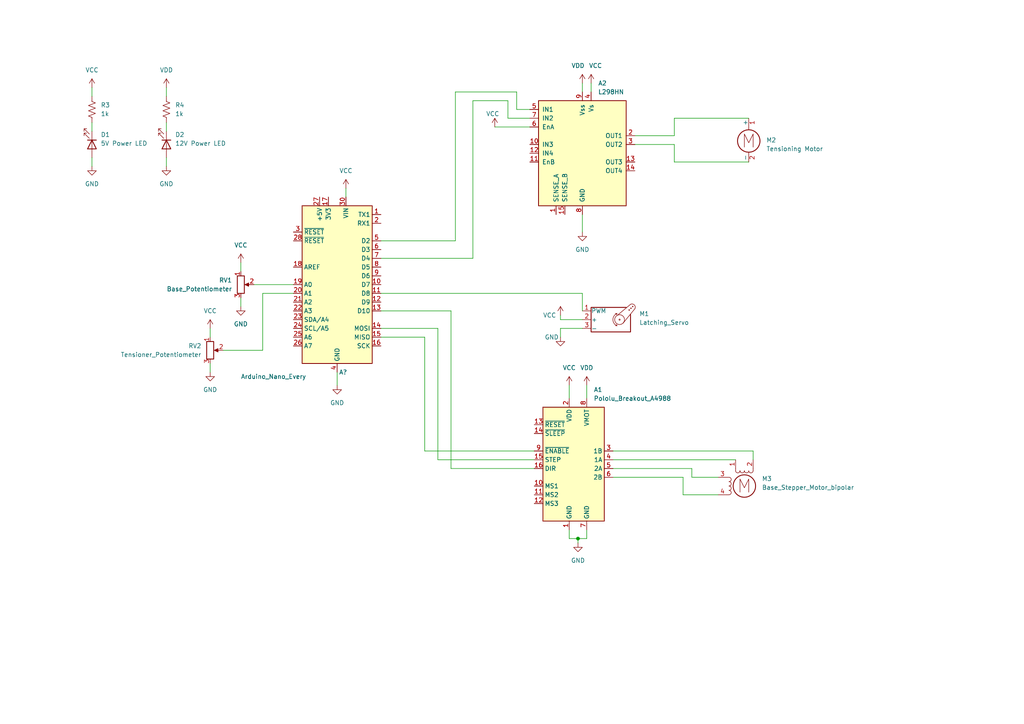
<source format=kicad_sch>
(kicad_sch (version 20211123) (generator eeschema)

  (uuid 55992e35-fe7b-468a-9b7a-1e4dc931b904)

  (paper "A4")

  (title_block
    (title "Catapult Beer Pong Robot")
    (date "4/10/2022")
    (rev "1.0")
  )

  (lib_symbols
    (symbol "Device:LED" (pin_numbers hide) (pin_names (offset 1.016) hide) (in_bom yes) (on_board yes)
      (property "Reference" "D" (id 0) (at 0 2.54 0)
        (effects (font (size 1.27 1.27)))
      )
      (property "Value" "LED" (id 1) (at 0 -2.54 0)
        (effects (font (size 1.27 1.27)))
      )
      (property "Footprint" "" (id 2) (at 0 0 0)
        (effects (font (size 1.27 1.27)) hide)
      )
      (property "Datasheet" "~" (id 3) (at 0 0 0)
        (effects (font (size 1.27 1.27)) hide)
      )
      (property "ki_keywords" "LED diode" (id 4) (at 0 0 0)
        (effects (font (size 1.27 1.27)) hide)
      )
      (property "ki_description" "Light emitting diode" (id 5) (at 0 0 0)
        (effects (font (size 1.27 1.27)) hide)
      )
      (property "ki_fp_filters" "LED* LED_SMD:* LED_THT:*" (id 6) (at 0 0 0)
        (effects (font (size 1.27 1.27)) hide)
      )
      (symbol "LED_0_1"
        (polyline
          (pts
            (xy -1.27 -1.27)
            (xy -1.27 1.27)
          )
          (stroke (width 0.254) (type default) (color 0 0 0 0))
          (fill (type none))
        )
        (polyline
          (pts
            (xy -1.27 0)
            (xy 1.27 0)
          )
          (stroke (width 0) (type default) (color 0 0 0 0))
          (fill (type none))
        )
        (polyline
          (pts
            (xy 1.27 -1.27)
            (xy 1.27 1.27)
            (xy -1.27 0)
            (xy 1.27 -1.27)
          )
          (stroke (width 0.254) (type default) (color 0 0 0 0))
          (fill (type none))
        )
        (polyline
          (pts
            (xy -3.048 -0.762)
            (xy -4.572 -2.286)
            (xy -3.81 -2.286)
            (xy -4.572 -2.286)
            (xy -4.572 -1.524)
          )
          (stroke (width 0) (type default) (color 0 0 0 0))
          (fill (type none))
        )
        (polyline
          (pts
            (xy -1.778 -0.762)
            (xy -3.302 -2.286)
            (xy -2.54 -2.286)
            (xy -3.302 -2.286)
            (xy -3.302 -1.524)
          )
          (stroke (width 0) (type default) (color 0 0 0 0))
          (fill (type none))
        )
      )
      (symbol "LED_1_1"
        (pin passive line (at -3.81 0 0) (length 2.54)
          (name "K" (effects (font (size 1.27 1.27))))
          (number "1" (effects (font (size 1.27 1.27))))
        )
        (pin passive line (at 3.81 0 180) (length 2.54)
          (name "A" (effects (font (size 1.27 1.27))))
          (number "2" (effects (font (size 1.27 1.27))))
        )
      )
    )
    (symbol "Device:R_Potentiometer" (pin_names (offset 1.016) hide) (in_bom yes) (on_board yes)
      (property "Reference" "RV" (id 0) (at -4.445 0 90)
        (effects (font (size 1.27 1.27)))
      )
      (property "Value" "R_Potentiometer" (id 1) (at -2.54 0 90)
        (effects (font (size 1.27 1.27)))
      )
      (property "Footprint" "" (id 2) (at 0 0 0)
        (effects (font (size 1.27 1.27)) hide)
      )
      (property "Datasheet" "~" (id 3) (at 0 0 0)
        (effects (font (size 1.27 1.27)) hide)
      )
      (property "ki_keywords" "resistor variable" (id 4) (at 0 0 0)
        (effects (font (size 1.27 1.27)) hide)
      )
      (property "ki_description" "Potentiometer" (id 5) (at 0 0 0)
        (effects (font (size 1.27 1.27)) hide)
      )
      (property "ki_fp_filters" "Potentiometer*" (id 6) (at 0 0 0)
        (effects (font (size 1.27 1.27)) hide)
      )
      (symbol "R_Potentiometer_0_1"
        (polyline
          (pts
            (xy 2.54 0)
            (xy 1.524 0)
          )
          (stroke (width 0) (type default) (color 0 0 0 0))
          (fill (type none))
        )
        (polyline
          (pts
            (xy 1.143 0)
            (xy 2.286 0.508)
            (xy 2.286 -0.508)
            (xy 1.143 0)
          )
          (stroke (width 0) (type default) (color 0 0 0 0))
          (fill (type outline))
        )
        (rectangle (start 1.016 2.54) (end -1.016 -2.54)
          (stroke (width 0.254) (type default) (color 0 0 0 0))
          (fill (type none))
        )
      )
      (symbol "R_Potentiometer_1_1"
        (pin passive line (at 0 3.81 270) (length 1.27)
          (name "1" (effects (font (size 1.27 1.27))))
          (number "1" (effects (font (size 1.27 1.27))))
        )
        (pin passive line (at 3.81 0 180) (length 1.27)
          (name "2" (effects (font (size 1.27 1.27))))
          (number "2" (effects (font (size 1.27 1.27))))
        )
        (pin passive line (at 0 -3.81 90) (length 1.27)
          (name "3" (effects (font (size 1.27 1.27))))
          (number "3" (effects (font (size 1.27 1.27))))
        )
      )
    )
    (symbol "Device:R_US" (pin_numbers hide) (pin_names (offset 0)) (in_bom yes) (on_board yes)
      (property "Reference" "R" (id 0) (at 2.54 0 90)
        (effects (font (size 1.27 1.27)))
      )
      (property "Value" "R_US" (id 1) (at -2.54 0 90)
        (effects (font (size 1.27 1.27)))
      )
      (property "Footprint" "" (id 2) (at 1.016 -0.254 90)
        (effects (font (size 1.27 1.27)) hide)
      )
      (property "Datasheet" "~" (id 3) (at 0 0 0)
        (effects (font (size 1.27 1.27)) hide)
      )
      (property "ki_keywords" "R res resistor" (id 4) (at 0 0 0)
        (effects (font (size 1.27 1.27)) hide)
      )
      (property "ki_description" "Resistor, US symbol" (id 5) (at 0 0 0)
        (effects (font (size 1.27 1.27)) hide)
      )
      (property "ki_fp_filters" "R_*" (id 6) (at 0 0 0)
        (effects (font (size 1.27 1.27)) hide)
      )
      (symbol "R_US_0_1"
        (polyline
          (pts
            (xy 0 -2.286)
            (xy 0 -2.54)
          )
          (stroke (width 0) (type default) (color 0 0 0 0))
          (fill (type none))
        )
        (polyline
          (pts
            (xy 0 2.286)
            (xy 0 2.54)
          )
          (stroke (width 0) (type default) (color 0 0 0 0))
          (fill (type none))
        )
        (polyline
          (pts
            (xy 0 -0.762)
            (xy 1.016 -1.143)
            (xy 0 -1.524)
            (xy -1.016 -1.905)
            (xy 0 -2.286)
          )
          (stroke (width 0) (type default) (color 0 0 0 0))
          (fill (type none))
        )
        (polyline
          (pts
            (xy 0 0.762)
            (xy 1.016 0.381)
            (xy 0 0)
            (xy -1.016 -0.381)
            (xy 0 -0.762)
          )
          (stroke (width 0) (type default) (color 0 0 0 0))
          (fill (type none))
        )
        (polyline
          (pts
            (xy 0 2.286)
            (xy 1.016 1.905)
            (xy 0 1.524)
            (xy -1.016 1.143)
            (xy 0 0.762)
          )
          (stroke (width 0) (type default) (color 0 0 0 0))
          (fill (type none))
        )
      )
      (symbol "R_US_1_1"
        (pin passive line (at 0 3.81 270) (length 1.27)
          (name "~" (effects (font (size 1.27 1.27))))
          (number "1" (effects (font (size 1.27 1.27))))
        )
        (pin passive line (at 0 -3.81 90) (length 1.27)
          (name "~" (effects (font (size 1.27 1.27))))
          (number "2" (effects (font (size 1.27 1.27))))
        )
      )
    )
    (symbol "Driver_Motor:L298HN" (pin_names (offset 1.016)) (in_bom yes) (on_board yes)
      (property "Reference" "U" (id 0) (at -10.16 16.51 0)
        (effects (font (size 1.27 1.27)) (justify right))
      )
      (property "Value" "L298HN" (id 1) (at 12.7 16.51 0)
        (effects (font (size 1.27 1.27)) (justify right))
      )
      (property "Footprint" "Package_TO_SOT_THT:TO-220-15_P2.54x2.54mm_StaggerOdd_Lead5.84mm_TabDown" (id 2) (at 1.27 -16.51 0)
        (effects (font (size 1.27 1.27)) (justify left) hide)
      )
      (property "Datasheet" "http://www.st.com/st-web-ui/static/active/en/resource/technical/document/datasheet/CD00000240.pdf" (id 3) (at 3.81 6.35 0)
        (effects (font (size 1.27 1.27)) hide)
      )
      (property "ki_keywords" "H-bridge motor driver" (id 4) (at 0 0 0)
        (effects (font (size 1.27 1.27)) hide)
      )
      (property "ki_description" "Dual full bridge motor driver, up to 46V, 4A, Multiwatt15-H" (id 5) (at 0 0 0)
        (effects (font (size 1.27 1.27)) hide)
      )
      (property "ki_fp_filters" "TO?220*StaggerOdd*TabDown*" (id 6) (at 0 0 0)
        (effects (font (size 1.27 1.27)) hide)
      )
      (symbol "L298HN_0_1"
        (rectangle (start -12.7 15.24) (end 12.7 -15.24)
          (stroke (width 0.254) (type default) (color 0 0 0 0))
          (fill (type background))
        )
      )
      (symbol "L298HN_1_1"
        (pin power_in line (at -7.62 -17.78 90) (length 2.54)
          (name "SENSE_A" (effects (font (size 1.27 1.27))))
          (number "1" (effects (font (size 1.27 1.27))))
        )
        (pin input line (at -15.24 2.54 0) (length 2.54)
          (name "IN3" (effects (font (size 1.27 1.27))))
          (number "10" (effects (font (size 1.27 1.27))))
        )
        (pin input line (at -15.24 -2.54 0) (length 2.54)
          (name "EnB" (effects (font (size 1.27 1.27))))
          (number "11" (effects (font (size 1.27 1.27))))
        )
        (pin input line (at -15.24 0 0) (length 2.54)
          (name "IN4" (effects (font (size 1.27 1.27))))
          (number "12" (effects (font (size 1.27 1.27))))
        )
        (pin output line (at 15.24 -2.54 180) (length 2.54)
          (name "OUT3" (effects (font (size 1.27 1.27))))
          (number "13" (effects (font (size 1.27 1.27))))
        )
        (pin output line (at 15.24 -5.08 180) (length 2.54)
          (name "OUT4" (effects (font (size 1.27 1.27))))
          (number "14" (effects (font (size 1.27 1.27))))
        )
        (pin power_in line (at -5.08 -17.78 90) (length 2.54)
          (name "SENSE_B" (effects (font (size 1.27 1.27))))
          (number "15" (effects (font (size 1.27 1.27))))
        )
        (pin output line (at 15.24 5.08 180) (length 2.54)
          (name "OUT1" (effects (font (size 1.27 1.27))))
          (number "2" (effects (font (size 1.27 1.27))))
        )
        (pin output line (at 15.24 2.54 180) (length 2.54)
          (name "OUT2" (effects (font (size 1.27 1.27))))
          (number "3" (effects (font (size 1.27 1.27))))
        )
        (pin power_in line (at 2.54 17.78 270) (length 2.54)
          (name "Vs" (effects (font (size 1.27 1.27))))
          (number "4" (effects (font (size 1.27 1.27))))
        )
        (pin input line (at -15.24 12.7 0) (length 2.54)
          (name "IN1" (effects (font (size 1.27 1.27))))
          (number "5" (effects (font (size 1.27 1.27))))
        )
        (pin input line (at -15.24 7.62 0) (length 2.54)
          (name "EnA" (effects (font (size 1.27 1.27))))
          (number "6" (effects (font (size 1.27 1.27))))
        )
        (pin input line (at -15.24 10.16 0) (length 2.54)
          (name "IN2" (effects (font (size 1.27 1.27))))
          (number "7" (effects (font (size 1.27 1.27))))
        )
        (pin power_in line (at 0 -17.78 90) (length 2.54)
          (name "GND" (effects (font (size 1.27 1.27))))
          (number "8" (effects (font (size 1.27 1.27))))
        )
        (pin power_in line (at 0 17.78 270) (length 2.54)
          (name "Vss" (effects (font (size 1.27 1.27))))
          (number "9" (effects (font (size 1.27 1.27))))
        )
      )
    )
    (symbol "Driver_Motor:Pololu_Breakout_A4988" (in_bom yes) (on_board yes)
      (property "Reference" "A" (id 0) (at -2.54 19.05 0)
        (effects (font (size 1.27 1.27)) (justify right))
      )
      (property "Value" "Pololu_Breakout_A4988" (id 1) (at -2.54 16.51 0)
        (effects (font (size 1.27 1.27)) (justify right))
      )
      (property "Footprint" "Module:Pololu_Breakout-16_15.2x20.3mm" (id 2) (at 6.985 -19.05 0)
        (effects (font (size 1.27 1.27)) (justify left) hide)
      )
      (property "Datasheet" "https://www.pololu.com/product/2980/pictures" (id 3) (at 2.54 -7.62 0)
        (effects (font (size 1.27 1.27)) hide)
      )
      (property "ki_keywords" "Pololu Breakout Board Stepper Driver A4988" (id 4) (at 0 0 0)
        (effects (font (size 1.27 1.27)) hide)
      )
      (property "ki_description" "Pololu Breakout Board, Stepper Driver A4988" (id 5) (at 0 0 0)
        (effects (font (size 1.27 1.27)) hide)
      )
      (property "ki_fp_filters" "Pololu*Breakout*15.2x20.3mm*" (id 6) (at 0 0 0)
        (effects (font (size 1.27 1.27)) hide)
      )
      (symbol "Pololu_Breakout_A4988_0_1"
        (rectangle (start 10.16 -17.78) (end -7.62 15.24)
          (stroke (width 0.254) (type default) (color 0 0 0 0))
          (fill (type background))
        )
      )
      (symbol "Pololu_Breakout_A4988_1_1"
        (pin power_in line (at 0 -20.32 90) (length 2.54)
          (name "GND" (effects (font (size 1.27 1.27))))
          (number "1" (effects (font (size 1.27 1.27))))
        )
        (pin input line (at -10.16 -7.62 0) (length 2.54)
          (name "MS1" (effects (font (size 1.27 1.27))))
          (number "10" (effects (font (size 1.27 1.27))))
        )
        (pin input line (at -10.16 -10.16 0) (length 2.54)
          (name "MS2" (effects (font (size 1.27 1.27))))
          (number "11" (effects (font (size 1.27 1.27))))
        )
        (pin input line (at -10.16 -12.7 0) (length 2.54)
          (name "MS3" (effects (font (size 1.27 1.27))))
          (number "12" (effects (font (size 1.27 1.27))))
        )
        (pin input line (at -10.16 10.16 0) (length 2.54)
          (name "~{RESET}" (effects (font (size 1.27 1.27))))
          (number "13" (effects (font (size 1.27 1.27))))
        )
        (pin input line (at -10.16 7.62 0) (length 2.54)
          (name "~{SLEEP}" (effects (font (size 1.27 1.27))))
          (number "14" (effects (font (size 1.27 1.27))))
        )
        (pin input line (at -10.16 0 0) (length 2.54)
          (name "STEP" (effects (font (size 1.27 1.27))))
          (number "15" (effects (font (size 1.27 1.27))))
        )
        (pin input line (at -10.16 -2.54 0) (length 2.54)
          (name "DIR" (effects (font (size 1.27 1.27))))
          (number "16" (effects (font (size 1.27 1.27))))
        )
        (pin power_in line (at 0 17.78 270) (length 2.54)
          (name "VDD" (effects (font (size 1.27 1.27))))
          (number "2" (effects (font (size 1.27 1.27))))
        )
        (pin output line (at 12.7 2.54 180) (length 2.54)
          (name "1B" (effects (font (size 1.27 1.27))))
          (number "3" (effects (font (size 1.27 1.27))))
        )
        (pin output line (at 12.7 0 180) (length 2.54)
          (name "1A" (effects (font (size 1.27 1.27))))
          (number "4" (effects (font (size 1.27 1.27))))
        )
        (pin output line (at 12.7 -2.54 180) (length 2.54)
          (name "2A" (effects (font (size 1.27 1.27))))
          (number "5" (effects (font (size 1.27 1.27))))
        )
        (pin output line (at 12.7 -5.08 180) (length 2.54)
          (name "2B" (effects (font (size 1.27 1.27))))
          (number "6" (effects (font (size 1.27 1.27))))
        )
        (pin power_in line (at 5.08 -20.32 90) (length 2.54)
          (name "GND" (effects (font (size 1.27 1.27))))
          (number "7" (effects (font (size 1.27 1.27))))
        )
        (pin power_in line (at 5.08 17.78 270) (length 2.54)
          (name "VMOT" (effects (font (size 1.27 1.27))))
          (number "8" (effects (font (size 1.27 1.27))))
        )
        (pin input line (at -10.16 2.54 0) (length 2.54)
          (name "~{ENABLE}" (effects (font (size 1.27 1.27))))
          (number "9" (effects (font (size 1.27 1.27))))
        )
      )
    )
    (symbol "MCU_Module:Arduino_Nano_Every" (in_bom yes) (on_board yes)
      (property "Reference" "A" (id 0) (at -10.16 23.495 0)
        (effects (font (size 1.27 1.27)) (justify left bottom))
      )
      (property "Value" "Arduino_Nano_Every" (id 1) (at 5.08 -24.13 0)
        (effects (font (size 1.27 1.27)) (justify left top))
      )
      (property "Footprint" "Module:Arduino_Nano" (id 2) (at 0 0 0)
        (effects (font (size 1.27 1.27) italic) hide)
      )
      (property "Datasheet" "https://content.arduino.cc/assets/NANOEveryV3.0_sch.pdf" (id 3) (at 0 0 0)
        (effects (font (size 1.27 1.27)) hide)
      )
      (property "ki_keywords" "Arduino nano microcontroller module USB UPDI AATMega4809 AVR" (id 4) (at 0 0 0)
        (effects (font (size 1.27 1.27)) hide)
      )
      (property "ki_description" "Arduino Nano Every" (id 5) (at 0 0 0)
        (effects (font (size 1.27 1.27)) hide)
      )
      (property "ki_fp_filters" "Arduino*Nano*" (id 6) (at 0 0 0)
        (effects (font (size 1.27 1.27)) hide)
      )
      (symbol "Arduino_Nano_Every_0_1"
        (rectangle (start -10.16 22.86) (end 10.16 -22.86)
          (stroke (width 0.254) (type default) (color 0 0 0 0))
          (fill (type background))
        )
      )
      (symbol "Arduino_Nano_Every_1_1"
        (pin bidirectional line (at -12.7 20.32 0) (length 2.54)
          (name "TX1" (effects (font (size 1.27 1.27))))
          (number "1" (effects (font (size 1.27 1.27))))
        )
        (pin bidirectional line (at -12.7 0 0) (length 2.54)
          (name "D7" (effects (font (size 1.27 1.27))))
          (number "10" (effects (font (size 1.27 1.27))))
        )
        (pin bidirectional line (at -12.7 -2.54 0) (length 2.54)
          (name "D8" (effects (font (size 1.27 1.27))))
          (number "11" (effects (font (size 1.27 1.27))))
        )
        (pin bidirectional line (at -12.7 -5.08 0) (length 2.54)
          (name "D9" (effects (font (size 1.27 1.27))))
          (number "12" (effects (font (size 1.27 1.27))))
        )
        (pin bidirectional line (at -12.7 -7.62 0) (length 2.54)
          (name "D10" (effects (font (size 1.27 1.27))))
          (number "13" (effects (font (size 1.27 1.27))))
        )
        (pin bidirectional line (at -12.7 -12.7 0) (length 2.54)
          (name "MOSI" (effects (font (size 1.27 1.27))))
          (number "14" (effects (font (size 1.27 1.27))))
        )
        (pin bidirectional line (at -12.7 -15.24 0) (length 2.54)
          (name "MISO" (effects (font (size 1.27 1.27))))
          (number "15" (effects (font (size 1.27 1.27))))
        )
        (pin bidirectional line (at -12.7 -17.78 0) (length 2.54)
          (name "SCK" (effects (font (size 1.27 1.27))))
          (number "16" (effects (font (size 1.27 1.27))))
        )
        (pin power_out line (at 2.54 25.4 270) (length 2.54)
          (name "3V3" (effects (font (size 1.27 1.27))))
          (number "17" (effects (font (size 1.27 1.27))))
        )
        (pin input line (at 12.7 5.08 180) (length 2.54)
          (name "AREF" (effects (font (size 1.27 1.27))))
          (number "18" (effects (font (size 1.27 1.27))))
        )
        (pin bidirectional line (at 12.7 0 180) (length 2.54)
          (name "A0" (effects (font (size 1.27 1.27))))
          (number "19" (effects (font (size 1.27 1.27))))
        )
        (pin bidirectional line (at -12.7 17.78 0) (length 2.54)
          (name "RX1" (effects (font (size 1.27 1.27))))
          (number "2" (effects (font (size 1.27 1.27))))
        )
        (pin bidirectional line (at 12.7 -2.54 180) (length 2.54)
          (name "A1" (effects (font (size 1.27 1.27))))
          (number "20" (effects (font (size 1.27 1.27))))
        )
        (pin bidirectional line (at 12.7 -5.08 180) (length 2.54)
          (name "A2" (effects (font (size 1.27 1.27))))
          (number "21" (effects (font (size 1.27 1.27))))
        )
        (pin bidirectional line (at 12.7 -7.62 180) (length 2.54)
          (name "A3" (effects (font (size 1.27 1.27))))
          (number "22" (effects (font (size 1.27 1.27))))
        )
        (pin bidirectional line (at 12.7 -10.16 180) (length 2.54)
          (name "SDA/A4" (effects (font (size 1.27 1.27))))
          (number "23" (effects (font (size 1.27 1.27))))
        )
        (pin bidirectional line (at 12.7 -12.7 180) (length 2.54)
          (name "SCL/A5" (effects (font (size 1.27 1.27))))
          (number "24" (effects (font (size 1.27 1.27))))
        )
        (pin bidirectional line (at 12.7 -15.24 180) (length 2.54)
          (name "A6" (effects (font (size 1.27 1.27))))
          (number "25" (effects (font (size 1.27 1.27))))
        )
        (pin bidirectional line (at 12.7 -17.78 180) (length 2.54)
          (name "A7" (effects (font (size 1.27 1.27))))
          (number "26" (effects (font (size 1.27 1.27))))
        )
        (pin power_out line (at 5.08 25.4 270) (length 2.54)
          (name "+5V" (effects (font (size 1.27 1.27))))
          (number "27" (effects (font (size 1.27 1.27))))
        )
        (pin input line (at 12.7 12.7 180) (length 2.54)
          (name "~{RESET}" (effects (font (size 1.27 1.27))))
          (number "28" (effects (font (size 1.27 1.27))))
        )
        (pin passive line (at 0 -25.4 90) (length 2.54) hide
          (name "GND" (effects (font (size 1.27 1.27))))
          (number "29" (effects (font (size 1.27 1.27))))
        )
        (pin input line (at 12.7 15.24 180) (length 2.54)
          (name "~{RESET}" (effects (font (size 1.27 1.27))))
          (number "3" (effects (font (size 1.27 1.27))))
        )
        (pin power_in line (at -2.54 25.4 270) (length 2.54)
          (name "VIN" (effects (font (size 1.27 1.27))))
          (number "30" (effects (font (size 1.27 1.27))))
        )
        (pin power_in line (at 0 -25.4 90) (length 2.54)
          (name "GND" (effects (font (size 1.27 1.27))))
          (number "4" (effects (font (size 1.27 1.27))))
        )
        (pin bidirectional line (at -12.7 12.7 0) (length 2.54)
          (name "D2" (effects (font (size 1.27 1.27))))
          (number "5" (effects (font (size 1.27 1.27))))
        )
        (pin bidirectional line (at -12.7 10.16 0) (length 2.54)
          (name "D3" (effects (font (size 1.27 1.27))))
          (number "6" (effects (font (size 1.27 1.27))))
        )
        (pin bidirectional line (at -12.7 7.62 0) (length 2.54)
          (name "D4" (effects (font (size 1.27 1.27))))
          (number "7" (effects (font (size 1.27 1.27))))
        )
        (pin bidirectional line (at -12.7 5.08 0) (length 2.54)
          (name "D5" (effects (font (size 1.27 1.27))))
          (number "8" (effects (font (size 1.27 1.27))))
        )
        (pin bidirectional line (at -12.7 2.54 0) (length 2.54)
          (name "D6" (effects (font (size 1.27 1.27))))
          (number "9" (effects (font (size 1.27 1.27))))
        )
      )
    )
    (symbol "Motor:Motor_DC" (pin_names (offset 0)) (in_bom yes) (on_board yes)
      (property "Reference" "M" (id 0) (at 2.54 2.54 0)
        (effects (font (size 1.27 1.27)) (justify left))
      )
      (property "Value" "Motor_DC" (id 1) (at 2.54 -5.08 0)
        (effects (font (size 1.27 1.27)) (justify left top))
      )
      (property "Footprint" "" (id 2) (at 0 -2.286 0)
        (effects (font (size 1.27 1.27)) hide)
      )
      (property "Datasheet" "~" (id 3) (at 0 -2.286 0)
        (effects (font (size 1.27 1.27)) hide)
      )
      (property "ki_keywords" "DC Motor" (id 4) (at 0 0 0)
        (effects (font (size 1.27 1.27)) hide)
      )
      (property "ki_description" "DC Motor" (id 5) (at 0 0 0)
        (effects (font (size 1.27 1.27)) hide)
      )
      (property "ki_fp_filters" "PinHeader*P2.54mm* TerminalBlock*" (id 6) (at 0 0 0)
        (effects (font (size 1.27 1.27)) hide)
      )
      (symbol "Motor_DC_0_0"
        (polyline
          (pts
            (xy -1.27 -3.302)
            (xy -1.27 0.508)
            (xy 0 -2.032)
            (xy 1.27 0.508)
            (xy 1.27 -3.302)
          )
          (stroke (width 0) (type default) (color 0 0 0 0))
          (fill (type none))
        )
      )
      (symbol "Motor_DC_0_1"
        (circle (center 0 -1.524) (radius 3.2512)
          (stroke (width 0.254) (type default) (color 0 0 0 0))
          (fill (type none))
        )
        (polyline
          (pts
            (xy 0 -7.62)
            (xy 0 -7.112)
          )
          (stroke (width 0) (type default) (color 0 0 0 0))
          (fill (type none))
        )
        (polyline
          (pts
            (xy 0 -4.7752)
            (xy 0 -5.1816)
          )
          (stroke (width 0) (type default) (color 0 0 0 0))
          (fill (type none))
        )
        (polyline
          (pts
            (xy 0 1.7272)
            (xy 0 2.0828)
          )
          (stroke (width 0) (type default) (color 0 0 0 0))
          (fill (type none))
        )
        (polyline
          (pts
            (xy 0 2.032)
            (xy 0 2.54)
          )
          (stroke (width 0) (type default) (color 0 0 0 0))
          (fill (type none))
        )
      )
      (symbol "Motor_DC_1_1"
        (pin passive line (at 0 5.08 270) (length 2.54)
          (name "+" (effects (font (size 1.27 1.27))))
          (number "1" (effects (font (size 1.27 1.27))))
        )
        (pin passive line (at 0 -7.62 90) (length 2.54)
          (name "-" (effects (font (size 1.27 1.27))))
          (number "2" (effects (font (size 1.27 1.27))))
        )
      )
    )
    (symbol "Motor:Motor_Servo" (pin_names (offset 0.0254)) (in_bom yes) (on_board yes)
      (property "Reference" "M" (id 0) (at -5.08 4.445 0)
        (effects (font (size 1.27 1.27)) (justify left))
      )
      (property "Value" "Motor_Servo" (id 1) (at -5.08 -4.064 0)
        (effects (font (size 1.27 1.27)) (justify left top))
      )
      (property "Footprint" "" (id 2) (at 0 -4.826 0)
        (effects (font (size 1.27 1.27)) hide)
      )
      (property "Datasheet" "http://forums.parallax.com/uploads/attachments/46831/74481.png" (id 3) (at 0 -4.826 0)
        (effects (font (size 1.27 1.27)) hide)
      )
      (property "ki_keywords" "Servo Motor" (id 4) (at 0 0 0)
        (effects (font (size 1.27 1.27)) hide)
      )
      (property "ki_description" "Servo Motor (Futaba, HiTec, JR connector)" (id 5) (at 0 0 0)
        (effects (font (size 1.27 1.27)) hide)
      )
      (property "ki_fp_filters" "PinHeader*P2.54mm*" (id 6) (at 0 0 0)
        (effects (font (size 1.27 1.27)) hide)
      )
      (symbol "Motor_Servo_0_1"
        (polyline
          (pts
            (xy 2.413 -1.778)
            (xy 2.032 -1.778)
          )
          (stroke (width 0) (type default) (color 0 0 0 0))
          (fill (type none))
        )
        (polyline
          (pts
            (xy 2.413 -1.778)
            (xy 2.286 -1.397)
          )
          (stroke (width 0) (type default) (color 0 0 0 0))
          (fill (type none))
        )
        (polyline
          (pts
            (xy 2.413 1.778)
            (xy 1.905 1.778)
          )
          (stroke (width 0) (type default) (color 0 0 0 0))
          (fill (type none))
        )
        (polyline
          (pts
            (xy 2.413 1.778)
            (xy 2.286 1.397)
          )
          (stroke (width 0) (type default) (color 0 0 0 0))
          (fill (type none))
        )
        (polyline
          (pts
            (xy 6.35 4.445)
            (xy 2.54 1.27)
          )
          (stroke (width 0) (type default) (color 0 0 0 0))
          (fill (type none))
        )
        (polyline
          (pts
            (xy 7.62 3.175)
            (xy 4.191 -1.016)
          )
          (stroke (width 0) (type default) (color 0 0 0 0))
          (fill (type none))
        )
        (polyline
          (pts
            (xy 5.08 3.556)
            (xy -5.08 3.556)
            (xy -5.08 -3.556)
            (xy 6.35 -3.556)
            (xy 6.35 1.524)
          )
          (stroke (width 0.254) (type default) (color 0 0 0 0))
          (fill (type none))
        )
        (arc (start 2.413 1.778) (mid 1.2406 0) (end 2.413 -1.778)
          (stroke (width 0) (type default) (color 0 0 0 0))
          (fill (type none))
        )
        (circle (center 3.175 0) (radius 0.1778)
          (stroke (width 0) (type default) (color 0 0 0 0))
          (fill (type none))
        )
        (circle (center 3.175 0) (radius 1.4224)
          (stroke (width 0) (type default) (color 0 0 0 0))
          (fill (type none))
        )
        (circle (center 5.969 2.794) (radius 0.127)
          (stroke (width 0) (type default) (color 0 0 0 0))
          (fill (type none))
        )
        (circle (center 6.477 3.302) (radius 0.127)
          (stroke (width 0) (type default) (color 0 0 0 0))
          (fill (type none))
        )
        (circle (center 6.985 3.81) (radius 0.127)
          (stroke (width 0) (type default) (color 0 0 0 0))
          (fill (type none))
        )
        (arc (start 7.62 3.175) (mid 7.4485 4.2735) (end 6.35 4.445)
          (stroke (width 0) (type default) (color 0 0 0 0))
          (fill (type none))
        )
      )
      (symbol "Motor_Servo_1_1"
        (pin passive line (at -7.62 2.54 0) (length 2.54)
          (name "PWM" (effects (font (size 1.27 1.27))))
          (number "1" (effects (font (size 1.27 1.27))))
        )
        (pin passive line (at -7.62 0 0) (length 2.54)
          (name "+" (effects (font (size 1.27 1.27))))
          (number "2" (effects (font (size 1.27 1.27))))
        )
        (pin passive line (at -7.62 -2.54 0) (length 2.54)
          (name "-" (effects (font (size 1.27 1.27))))
          (number "3" (effects (font (size 1.27 1.27))))
        )
      )
    )
    (symbol "Motor:Stepper_Motor_bipolar" (pin_names (offset 0) hide) (in_bom yes) (on_board yes)
      (property "Reference" "M" (id 0) (at 3.81 2.54 0)
        (effects (font (size 1.27 1.27)) (justify left))
      )
      (property "Value" "Stepper_Motor_bipolar" (id 1) (at 3.81 1.27 0)
        (effects (font (size 1.27 1.27)) (justify left top))
      )
      (property "Footprint" "" (id 2) (at 0.254 -0.254 0)
        (effects (font (size 1.27 1.27)) hide)
      )
      (property "Datasheet" "http://www.infineon.com/dgdl/Application-Note-TLE8110EE_driving_UniPolarStepperMotor_V1.1.pdf?fileId=db3a30431be39b97011be5d0aa0a00b0" (id 3) (at 0.254 -0.254 0)
        (effects (font (size 1.27 1.27)) hide)
      )
      (property "ki_keywords" "bipolar stepper motor" (id 4) (at 0 0 0)
        (effects (font (size 1.27 1.27)) hide)
      )
      (property "ki_description" "4-wire bipolar stepper motor" (id 5) (at 0 0 0)
        (effects (font (size 1.27 1.27)) hide)
      )
      (property "ki_fp_filters" "PinHeader*P2.54mm*Vertical* TerminalBlock* Motor*" (id 6) (at 0 0 0)
        (effects (font (size 1.27 1.27)) hide)
      )
      (symbol "Stepper_Motor_bipolar_0_0"
        (polyline
          (pts
            (xy -1.27 -1.778)
            (xy -1.27 2.032)
            (xy 0 -0.508)
            (xy 1.27 2.032)
            (xy 1.27 -1.778)
          )
          (stroke (width 0) (type default) (color 0 0 0 0))
          (fill (type none))
        )
      )
      (symbol "Stepper_Motor_bipolar_0_1"
        (arc (start -4.445 -2.54) (mid -3.81 -1.905) (end -4.445 -1.27)
          (stroke (width 0) (type default) (color 0 0 0 0))
          (fill (type none))
        )
        (arc (start -4.445 -1.27) (mid -3.81 -0.635) (end -4.445 0)
          (stroke (width 0) (type default) (color 0 0 0 0))
          (fill (type none))
        )
        (arc (start -4.445 0) (mid -3.81 0.635) (end -4.445 1.27)
          (stroke (width 0) (type default) (color 0 0 0 0))
          (fill (type none))
        )
        (arc (start -4.445 1.27) (mid -3.81 1.905) (end -4.445 2.54)
          (stroke (width 0) (type default) (color 0 0 0 0))
          (fill (type none))
        )
        (arc (start -2.54 4.445) (mid -1.905 3.81) (end -1.27 4.445)
          (stroke (width 0) (type default) (color 0 0 0 0))
          (fill (type none))
        )
        (arc (start -1.27 4.445) (mid -0.635 3.81) (end 0 4.445)
          (stroke (width 0) (type default) (color 0 0 0 0))
          (fill (type none))
        )
        (polyline
          (pts
            (xy -5.08 -2.54)
            (xy -4.445 -2.54)
          )
          (stroke (width 0) (type default) (color 0 0 0 0))
          (fill (type none))
        )
        (polyline
          (pts
            (xy -5.08 2.54)
            (xy -4.445 2.54)
          )
          (stroke (width 0) (type default) (color 0 0 0 0))
          (fill (type none))
        )
        (polyline
          (pts
            (xy -2.54 5.08)
            (xy -2.54 4.445)
          )
          (stroke (width 0) (type default) (color 0 0 0 0))
          (fill (type none))
        )
        (polyline
          (pts
            (xy 2.54 5.08)
            (xy 2.54 4.445)
          )
          (stroke (width 0) (type default) (color 0 0 0 0))
          (fill (type none))
        )
        (circle (center 0 0) (radius 3.2512)
          (stroke (width 0.254) (type default) (color 0 0 0 0))
          (fill (type none))
        )
        (arc (start 0 4.445) (mid 0.635 3.81) (end 1.27 4.445)
          (stroke (width 0) (type default) (color 0 0 0 0))
          (fill (type none))
        )
        (arc (start 1.27 4.445) (mid 1.905 3.81) (end 2.54 4.445)
          (stroke (width 0) (type default) (color 0 0 0 0))
          (fill (type none))
        )
      )
      (symbol "Stepper_Motor_bipolar_1_1"
        (pin passive line (at -2.54 7.62 270) (length 2.54)
          (name "~" (effects (font (size 1.27 1.27))))
          (number "1" (effects (font (size 1.27 1.27))))
        )
        (pin passive line (at 2.54 7.62 270) (length 2.54)
          (name "-" (effects (font (size 1.27 1.27))))
          (number "2" (effects (font (size 1.27 1.27))))
        )
        (pin passive line (at -7.62 2.54 0) (length 2.54)
          (name "~" (effects (font (size 1.27 1.27))))
          (number "3" (effects (font (size 1.27 1.27))))
        )
        (pin passive line (at -7.62 -2.54 0) (length 2.54)
          (name "~" (effects (font (size 1.27 1.27))))
          (number "4" (effects (font (size 1.27 1.27))))
        )
      )
    )
    (symbol "power:GND" (power) (pin_names (offset 0)) (in_bom yes) (on_board yes)
      (property "Reference" "#PWR" (id 0) (at 0 -6.35 0)
        (effects (font (size 1.27 1.27)) hide)
      )
      (property "Value" "GND" (id 1) (at 0 -3.81 0)
        (effects (font (size 1.27 1.27)))
      )
      (property "Footprint" "" (id 2) (at 0 0 0)
        (effects (font (size 1.27 1.27)) hide)
      )
      (property "Datasheet" "" (id 3) (at 0 0 0)
        (effects (font (size 1.27 1.27)) hide)
      )
      (property "ki_keywords" "power-flag" (id 4) (at 0 0 0)
        (effects (font (size 1.27 1.27)) hide)
      )
      (property "ki_description" "Power symbol creates a global label with name \"GND\" , ground" (id 5) (at 0 0 0)
        (effects (font (size 1.27 1.27)) hide)
      )
      (symbol "GND_0_1"
        (polyline
          (pts
            (xy 0 0)
            (xy 0 -1.27)
            (xy 1.27 -1.27)
            (xy 0 -2.54)
            (xy -1.27 -1.27)
            (xy 0 -1.27)
          )
          (stroke (width 0) (type default) (color 0 0 0 0))
          (fill (type none))
        )
      )
      (symbol "GND_1_1"
        (pin power_in line (at 0 0 270) (length 0) hide
          (name "GND" (effects (font (size 1.27 1.27))))
          (number "1" (effects (font (size 1.27 1.27))))
        )
      )
    )
    (symbol "power:VCC" (power) (pin_names (offset 0)) (in_bom yes) (on_board yes)
      (property "Reference" "#PWR" (id 0) (at 0 -3.81 0)
        (effects (font (size 1.27 1.27)) hide)
      )
      (property "Value" "VCC" (id 1) (at 0 3.81 0)
        (effects (font (size 1.27 1.27)))
      )
      (property "Footprint" "" (id 2) (at 0 0 0)
        (effects (font (size 1.27 1.27)) hide)
      )
      (property "Datasheet" "" (id 3) (at 0 0 0)
        (effects (font (size 1.27 1.27)) hide)
      )
      (property "ki_keywords" "power-flag" (id 4) (at 0 0 0)
        (effects (font (size 1.27 1.27)) hide)
      )
      (property "ki_description" "Power symbol creates a global label with name \"VCC\"" (id 5) (at 0 0 0)
        (effects (font (size 1.27 1.27)) hide)
      )
      (symbol "VCC_0_1"
        (polyline
          (pts
            (xy -0.762 1.27)
            (xy 0 2.54)
          )
          (stroke (width 0) (type default) (color 0 0 0 0))
          (fill (type none))
        )
        (polyline
          (pts
            (xy 0 0)
            (xy 0 2.54)
          )
          (stroke (width 0) (type default) (color 0 0 0 0))
          (fill (type none))
        )
        (polyline
          (pts
            (xy 0 2.54)
            (xy 0.762 1.27)
          )
          (stroke (width 0) (type default) (color 0 0 0 0))
          (fill (type none))
        )
      )
      (symbol "VCC_1_1"
        (pin power_in line (at 0 0 90) (length 0) hide
          (name "VCC" (effects (font (size 1.27 1.27))))
          (number "1" (effects (font (size 1.27 1.27))))
        )
      )
    )
    (symbol "power:VDD" (power) (pin_names (offset 0)) (in_bom yes) (on_board yes)
      (property "Reference" "#PWR" (id 0) (at 0 -3.81 0)
        (effects (font (size 1.27 1.27)) hide)
      )
      (property "Value" "VDD" (id 1) (at 0 3.81 0)
        (effects (font (size 1.27 1.27)))
      )
      (property "Footprint" "" (id 2) (at 0 0 0)
        (effects (font (size 1.27 1.27)) hide)
      )
      (property "Datasheet" "" (id 3) (at 0 0 0)
        (effects (font (size 1.27 1.27)) hide)
      )
      (property "ki_keywords" "power-flag" (id 4) (at 0 0 0)
        (effects (font (size 1.27 1.27)) hide)
      )
      (property "ki_description" "Power symbol creates a global label with name \"VDD\"" (id 5) (at 0 0 0)
        (effects (font (size 1.27 1.27)) hide)
      )
      (symbol "VDD_0_1"
        (polyline
          (pts
            (xy -0.762 1.27)
            (xy 0 2.54)
          )
          (stroke (width 0) (type default) (color 0 0 0 0))
          (fill (type none))
        )
        (polyline
          (pts
            (xy 0 0)
            (xy 0 2.54)
          )
          (stroke (width 0) (type default) (color 0 0 0 0))
          (fill (type none))
        )
        (polyline
          (pts
            (xy 0 2.54)
            (xy 0.762 1.27)
          )
          (stroke (width 0) (type default) (color 0 0 0 0))
          (fill (type none))
        )
      )
      (symbol "VDD_1_1"
        (pin power_in line (at 0 0 90) (length 0) hide
          (name "VDD" (effects (font (size 1.27 1.27))))
          (number "1" (effects (font (size 1.27 1.27))))
        )
      )
    )
  )

  (junction (at 167.64 156.21) (diameter 0) (color 0 0 0 0)
    (uuid cd508ce5-c991-4809-b47f-01571bf463b5)
  )

  (wire (pts (xy 137.16 74.93) (xy 137.16 29.21))
    (stroke (width 0) (type default) (color 0 0 0 0))
    (uuid 1335a61c-9225-4d54-a9de-8fb685dcbd0c)
  )
  (wire (pts (xy 110.49 69.85) (xy 132.08 69.85))
    (stroke (width 0) (type default) (color 0 0 0 0))
    (uuid 169ea9eb-c54d-4f7b-aa25-051145c439c5)
  )
  (wire (pts (xy 69.85 76.2) (xy 69.85 78.74))
    (stroke (width 0) (type default) (color 0 0 0 0))
    (uuid 19aeaac7-f21a-4ba5-8e14-2b29e94ee19e)
  )
  (wire (pts (xy 149.86 31.75) (xy 153.67 31.75))
    (stroke (width 0) (type default) (color 0 0 0 0))
    (uuid 222d138c-e7d2-44f4-9190-3b43b3d80d22)
  )
  (wire (pts (xy 195.58 34.29) (xy 217.17 34.29))
    (stroke (width 0) (type default) (color 0 0 0 0))
    (uuid 2bbc47c6-9e67-4f26-9ddb-b2c345468c83)
  )
  (wire (pts (xy 167.64 156.21) (xy 170.18 156.21))
    (stroke (width 0) (type default) (color 0 0 0 0))
    (uuid 302a26a4-8906-4eb3-b694-6b71bba26129)
  )
  (wire (pts (xy 168.91 62.23) (xy 168.91 67.31))
    (stroke (width 0) (type default) (color 0 0 0 0))
    (uuid 31c98949-0acb-4e88-a2d8-a069656fac0b)
  )
  (wire (pts (xy 165.1 111.76) (xy 165.1 115.57))
    (stroke (width 0) (type default) (color 0 0 0 0))
    (uuid 338d8e83-39b4-4d24-a9d4-1c102275b8a7)
  )
  (wire (pts (xy 200.66 138.43) (xy 208.28 138.43))
    (stroke (width 0) (type default) (color 0 0 0 0))
    (uuid 3440ad54-7dd7-4953-8969-540f700af7fd)
  )
  (wire (pts (xy 127 133.35) (xy 127 95.25))
    (stroke (width 0) (type default) (color 0 0 0 0))
    (uuid 34f0a189-60a5-4ee3-84c4-03829f6e40a8)
  )
  (wire (pts (xy 162.56 95.25) (xy 168.91 95.25))
    (stroke (width 0) (type default) (color 0 0 0 0))
    (uuid 351e4c6b-aaad-437b-8619-b1f68df526e7)
  )
  (wire (pts (xy 170.18 153.67) (xy 170.18 156.21))
    (stroke (width 0) (type default) (color 0 0 0 0))
    (uuid 389ac9d3-4064-4a48-98b5-c0b8681d106c)
  )
  (wire (pts (xy 177.8 138.43) (xy 198.12 138.43))
    (stroke (width 0) (type default) (color 0 0 0 0))
    (uuid 38af037a-ce0c-408b-8c46-f5d12e806eef)
  )
  (wire (pts (xy 97.79 107.95) (xy 97.79 111.76))
    (stroke (width 0) (type default) (color 0 0 0 0))
    (uuid 43c3e258-8a06-4a3f-be81-d6d6d5c7ad8c)
  )
  (wire (pts (xy 48.26 25.4) (xy 48.26 27.94))
    (stroke (width 0) (type default) (color 0 0 0 0))
    (uuid 4410573c-a4e6-4328-87f9-1257370cad65)
  )
  (wire (pts (xy 171.45 24.13) (xy 171.45 26.67))
    (stroke (width 0) (type default) (color 0 0 0 0))
    (uuid 45e53202-991b-42b8-901f-e0a29112bfab)
  )
  (wire (pts (xy 177.8 133.35) (xy 213.36 133.35))
    (stroke (width 0) (type default) (color 0 0 0 0))
    (uuid 4a4d99ed-a64d-4a12-9c9e-b95250569720)
  )
  (wire (pts (xy 110.49 90.17) (xy 130.81 90.17))
    (stroke (width 0) (type default) (color 0 0 0 0))
    (uuid 4cc8bce8-fce3-4879-81d0-6d4c466ceffd)
  )
  (wire (pts (xy 26.67 35.56) (xy 26.67 38.1))
    (stroke (width 0) (type default) (color 0 0 0 0))
    (uuid 4db82cc2-628e-4997-b3cb-b82a6204633a)
  )
  (wire (pts (xy 76.2 85.09) (xy 85.09 85.09))
    (stroke (width 0) (type default) (color 0 0 0 0))
    (uuid 4f3039ba-4cbc-42f2-b505-d7ba6547a489)
  )
  (wire (pts (xy 149.86 26.67) (xy 149.86 31.75))
    (stroke (width 0) (type default) (color 0 0 0 0))
    (uuid 54f2ef38-6646-48b1-b525-7f7160f8f321)
  )
  (wire (pts (xy 143.51 36.83) (xy 153.67 36.83))
    (stroke (width 0) (type default) (color 0 0 0 0))
    (uuid 5bf5e658-02dc-4878-be4a-4080a49014d6)
  )
  (wire (pts (xy 60.96 105.41) (xy 60.96 107.95))
    (stroke (width 0) (type default) (color 0 0 0 0))
    (uuid 5cf49661-4e6c-4995-b55b-42fa471a1180)
  )
  (wire (pts (xy 200.66 135.89) (xy 200.66 138.43))
    (stroke (width 0) (type default) (color 0 0 0 0))
    (uuid 5e8891d0-4774-43f0-8bfa-14a38bc5dbd0)
  )
  (wire (pts (xy 48.26 45.72) (xy 48.26 48.26))
    (stroke (width 0) (type default) (color 0 0 0 0))
    (uuid 604714a9-0223-44b8-8d54-6e1ef43dadf3)
  )
  (wire (pts (xy 162.56 92.71) (xy 168.91 92.71))
    (stroke (width 0) (type default) (color 0 0 0 0))
    (uuid 60982f76-ee3c-44d7-85a0-071868a3e677)
  )
  (wire (pts (xy 154.94 130.81) (xy 123.19 130.81))
    (stroke (width 0) (type default) (color 0 0 0 0))
    (uuid 63f1ee72-a700-490b-b329-ec58728d95c5)
  )
  (wire (pts (xy 110.49 97.79) (xy 123.19 97.79))
    (stroke (width 0) (type default) (color 0 0 0 0))
    (uuid 6978f117-3cb3-4c3d-a906-f214f0c8d763)
  )
  (wire (pts (xy 162.56 97.79) (xy 162.56 95.25))
    (stroke (width 0) (type default) (color 0 0 0 0))
    (uuid 69b5af02-d460-4d32-9ec2-6c2969c46d3b)
  )
  (wire (pts (xy 198.12 143.51) (xy 208.28 143.51))
    (stroke (width 0) (type default) (color 0 0 0 0))
    (uuid 6ddc4722-3700-470f-8a68-ff16ccf7e609)
  )
  (wire (pts (xy 110.49 74.93) (xy 137.16 74.93))
    (stroke (width 0) (type default) (color 0 0 0 0))
    (uuid 73eb9da0-49d0-4d5b-832d-cc94fd129d17)
  )
  (wire (pts (xy 184.15 39.37) (xy 195.58 39.37))
    (stroke (width 0) (type default) (color 0 0 0 0))
    (uuid 79ed3896-5eeb-4218-9557-5fab8fed5a5c)
  )
  (wire (pts (xy 137.16 29.21) (xy 147.32 29.21))
    (stroke (width 0) (type default) (color 0 0 0 0))
    (uuid 7a2ab5c4-c7e3-4c01-bb00-70dec0b724c4)
  )
  (wire (pts (xy 147.32 34.29) (xy 153.67 34.29))
    (stroke (width 0) (type default) (color 0 0 0 0))
    (uuid 7e193ad5-b770-489f-a268-8a0f4f5e5374)
  )
  (wire (pts (xy 60.96 95.25) (xy 60.96 97.79))
    (stroke (width 0) (type default) (color 0 0 0 0))
    (uuid 83b4e502-b814-44f3-8577-30da1f05466e)
  )
  (wire (pts (xy 110.49 85.09) (xy 168.91 85.09))
    (stroke (width 0) (type default) (color 0 0 0 0))
    (uuid 89027a20-35c7-4a3d-b09a-d69d61f5176e)
  )
  (wire (pts (xy 167.64 156.21) (xy 167.64 157.48))
    (stroke (width 0) (type default) (color 0 0 0 0))
    (uuid 8b5e27f4-0170-4cec-9f9b-1a71f198a676)
  )
  (wire (pts (xy 132.08 69.85) (xy 132.08 26.67))
    (stroke (width 0) (type default) (color 0 0 0 0))
    (uuid 8e8bf211-5a51-444a-bc4e-164ba3354dfd)
  )
  (wire (pts (xy 198.12 138.43) (xy 198.12 143.51))
    (stroke (width 0) (type default) (color 0 0 0 0))
    (uuid 8ec997a6-a71d-489f-8e97-ced5760ba91d)
  )
  (wire (pts (xy 132.08 26.67) (xy 149.86 26.67))
    (stroke (width 0) (type default) (color 0 0 0 0))
    (uuid 90aa9e49-8236-43df-972a-f9f2a3eb1b9b)
  )
  (wire (pts (xy 177.8 130.81) (xy 218.44 130.81))
    (stroke (width 0) (type default) (color 0 0 0 0))
    (uuid 94b8994c-717c-4c11-887e-460ce8ff1344)
  )
  (wire (pts (xy 76.2 101.6) (xy 76.2 85.09))
    (stroke (width 0) (type default) (color 0 0 0 0))
    (uuid 96701dd2-559f-4345-8e08-91070d442bcc)
  )
  (wire (pts (xy 73.66 82.55) (xy 85.09 82.55))
    (stroke (width 0) (type default) (color 0 0 0 0))
    (uuid 9814ac87-620d-481d-9c7c-4ba195104441)
  )
  (wire (pts (xy 170.18 111.76) (xy 170.18 115.57))
    (stroke (width 0) (type default) (color 0 0 0 0))
    (uuid 9e9fd466-adad-4d87-bd2d-d8338eeee534)
  )
  (wire (pts (xy 147.32 29.21) (xy 147.32 34.29))
    (stroke (width 0) (type default) (color 0 0 0 0))
    (uuid 9f2ad25c-aa00-4f5c-a336-7da465cb1e39)
  )
  (wire (pts (xy 162.56 91.44) (xy 162.56 92.71))
    (stroke (width 0) (type default) (color 0 0 0 0))
    (uuid a3cd007b-7d12-4ddd-85f0-4019d59b2a4e)
  )
  (wire (pts (xy 165.1 156.21) (xy 167.64 156.21))
    (stroke (width 0) (type default) (color 0 0 0 0))
    (uuid a662823e-0bd9-4c7a-8593-8db68b526774)
  )
  (wire (pts (xy 26.67 45.72) (xy 26.67 48.26))
    (stroke (width 0) (type default) (color 0 0 0 0))
    (uuid a9465a47-2d0a-4213-b1c6-b6aa415999bc)
  )
  (wire (pts (xy 195.58 39.37) (xy 195.58 34.29))
    (stroke (width 0) (type default) (color 0 0 0 0))
    (uuid af00cc17-11b4-44e1-962d-ff651d22ba21)
  )
  (wire (pts (xy 130.81 135.89) (xy 130.81 90.17))
    (stroke (width 0) (type default) (color 0 0 0 0))
    (uuid b30a5d62-26c8-4e7d-bf7c-5c1e6156247d)
  )
  (wire (pts (xy 177.8 135.89) (xy 200.66 135.89))
    (stroke (width 0) (type default) (color 0 0 0 0))
    (uuid b503d153-fe8d-4dfc-a820-7113432adc5d)
  )
  (wire (pts (xy 69.85 86.36) (xy 69.85 88.9))
    (stroke (width 0) (type default) (color 0 0 0 0))
    (uuid b569522f-179e-45e6-9386-601bc9450bc2)
  )
  (wire (pts (xy 154.94 133.35) (xy 127 133.35))
    (stroke (width 0) (type default) (color 0 0 0 0))
    (uuid bee01326-56af-46bf-90ed-77523b9a546d)
  )
  (wire (pts (xy 154.94 135.89) (xy 130.81 135.89))
    (stroke (width 0) (type default) (color 0 0 0 0))
    (uuid bf3a598e-cf9c-4e12-a82f-ebf71314a881)
  )
  (wire (pts (xy 168.91 24.13) (xy 168.91 26.67))
    (stroke (width 0) (type default) (color 0 0 0 0))
    (uuid c6e901fe-d10e-479d-b6f5-7383523c0681)
  )
  (wire (pts (xy 195.58 41.91) (xy 195.58 46.99))
    (stroke (width 0) (type default) (color 0 0 0 0))
    (uuid c931f20c-3821-44ef-bfc2-f9b0412d11a1)
  )
  (wire (pts (xy 123.19 130.81) (xy 123.19 97.79))
    (stroke (width 0) (type default) (color 0 0 0 0))
    (uuid d016a8e4-4221-42b2-8896-21a70b4eafef)
  )
  (wire (pts (xy 100.33 54.61) (xy 100.33 57.15))
    (stroke (width 0) (type default) (color 0 0 0 0))
    (uuid d8743fd9-3f96-466c-aef2-427b8e4565f9)
  )
  (wire (pts (xy 110.49 95.25) (xy 127 95.25))
    (stroke (width 0) (type default) (color 0 0 0 0))
    (uuid efc1d0ba-f48b-4c76-9c2c-e8e34ab640dc)
  )
  (wire (pts (xy 64.77 101.6) (xy 76.2 101.6))
    (stroke (width 0) (type default) (color 0 0 0 0))
    (uuid f25d0cb0-3a3b-4961-b068-0f01118acdd6)
  )
  (wire (pts (xy 26.67 25.4) (xy 26.67 27.94))
    (stroke (width 0) (type default) (color 0 0 0 0))
    (uuid f42706d8-d942-42cb-8862-aac0b77ec6f3)
  )
  (wire (pts (xy 218.44 130.81) (xy 218.44 133.35))
    (stroke (width 0) (type default) (color 0 0 0 0))
    (uuid f6205f2f-e21b-461c-ab95-d550520fddae)
  )
  (wire (pts (xy 165.1 153.67) (xy 165.1 156.21))
    (stroke (width 0) (type default) (color 0 0 0 0))
    (uuid f8ff6bf9-3c56-49d5-b13b-ca4b601ab6c4)
  )
  (wire (pts (xy 184.15 41.91) (xy 195.58 41.91))
    (stroke (width 0) (type default) (color 0 0 0 0))
    (uuid f9c9c9bd-0ede-4f92-8ff2-93cfee8ed965)
  )
  (wire (pts (xy 168.91 90.17) (xy 168.91 85.09))
    (stroke (width 0) (type default) (color 0 0 0 0))
    (uuid fb25c79d-1562-411d-bbfc-ed3dc1e50c57)
  )
  (wire (pts (xy 48.26 35.56) (xy 48.26 38.1))
    (stroke (width 0) (type default) (color 0 0 0 0))
    (uuid fb96c8fd-181e-4f20-a0e4-6c2082d880f9)
  )
  (wire (pts (xy 195.58 46.99) (xy 217.17 46.99))
    (stroke (width 0) (type default) (color 0 0 0 0))
    (uuid ff4169e5-2028-43a0-b5b3-55e284787ab9)
  )

  (symbol (lib_id "Motor:Motor_DC") (at 217.17 39.37 0) (unit 1)
    (in_bom yes) (on_board yes)
    (uuid 01fdc5bf-296e-4f04-9c40-b5172d878a40)
    (property "Reference" "M2" (id 0) (at 222.25 40.6399 0)
      (effects (font (size 1.27 1.27)) (justify left))
    )
    (property "Value" "Tensioning Motor" (id 1) (at 222.25 43.1799 0)
      (effects (font (size 1.27 1.27)) (justify left))
    )
    (property "Footprint" "" (id 2) (at 217.17 41.656 0)
      (effects (font (size 1.27 1.27)) hide)
    )
    (property "Datasheet" "~" (id 3) (at 217.17 41.656 0)
      (effects (font (size 1.27 1.27)) hide)
    )
    (pin "1" (uuid d53c0b2a-608e-4e6a-9c13-9caf065e5f82))
    (pin "2" (uuid 6365e7c9-3d72-4bd0-86b9-c8acb2f4b7f6))
  )

  (symbol (lib_id "power:VDD") (at 168.91 24.13 0) (unit 1)
    (in_bom yes) (on_board yes)
    (uuid 0387f135-5fd8-4bd4-be39-dccc9c51dc78)
    (property "Reference" "#PWR?" (id 0) (at 168.91 27.94 0)
      (effects (font (size 1.27 1.27)) hide)
    )
    (property "Value" "VDD" (id 1) (at 167.64 19.05 0))
    (property "Footprint" "" (id 2) (at 168.91 24.13 0)
      (effects (font (size 1.27 1.27)) hide)
    )
    (property "Datasheet" "" (id 3) (at 168.91 24.13 0)
      (effects (font (size 1.27 1.27)) hide)
    )
    (pin "1" (uuid 5154d132-753f-4247-b8a4-5d8b3748a196))
  )

  (symbol (lib_id "Device:R_US") (at 26.67 31.75 180) (unit 1)
    (in_bom yes) (on_board yes) (fields_autoplaced)
    (uuid 0850e814-1379-4627-a9bd-4236bf3e2dd1)
    (property "Reference" "R3" (id 0) (at 29.21 30.4799 0)
      (effects (font (size 1.27 1.27)) (justify right))
    )
    (property "Value" "1k" (id 1) (at 29.21 33.0199 0)
      (effects (font (size 1.27 1.27)) (justify right))
    )
    (property "Footprint" "" (id 2) (at 25.654 31.496 90)
      (effects (font (size 1.27 1.27)) hide)
    )
    (property "Datasheet" "~" (id 3) (at 26.67 31.75 0)
      (effects (font (size 1.27 1.27)) hide)
    )
    (pin "1" (uuid 22b07d1b-63cb-4b60-ac2b-0bf5d10bd20e))
    (pin "2" (uuid ed852b93-f705-4ee6-8e0f-4be132cfca3c))
  )

  (symbol (lib_id "power:VCC") (at 171.45 24.13 0) (unit 1)
    (in_bom yes) (on_board yes)
    (uuid 111df765-bef3-4f96-b9bc-2abf4a434b08)
    (property "Reference" "#PWR?" (id 0) (at 171.45 27.94 0)
      (effects (font (size 1.27 1.27)) hide)
    )
    (property "Value" "VCC" (id 1) (at 172.72 19.05 0))
    (property "Footprint" "" (id 2) (at 171.45 24.13 0)
      (effects (font (size 1.27 1.27)) hide)
    )
    (property "Datasheet" "" (id 3) (at 171.45 24.13 0)
      (effects (font (size 1.27 1.27)) hide)
    )
    (pin "1" (uuid a2ac5158-ef95-4efe-b493-5ddd5da74a4a))
  )

  (symbol (lib_id "Driver_Motor:L298HN") (at 168.91 44.45 0) (unit 1)
    (in_bom yes) (on_board yes) (fields_autoplaced)
    (uuid 1ecbba23-cb11-4188-ba17-cc634d685d15)
    (property "Reference" "A2" (id 0) (at 173.4694 24.13 0)
      (effects (font (size 1.27 1.27)) (justify left))
    )
    (property "Value" "L298HN" (id 1) (at 173.4694 26.67 0)
      (effects (font (size 1.27 1.27)) (justify left))
    )
    (property "Footprint" "Package_TO_SOT_THT:TO-220-15_P2.54x2.54mm_StaggerOdd_Lead5.84mm_TabDown" (id 2) (at 170.18 60.96 0)
      (effects (font (size 1.27 1.27)) (justify left) hide)
    )
    (property "Datasheet" "http://www.st.com/st-web-ui/static/active/en/resource/technical/document/datasheet/CD00000240.pdf" (id 3) (at 172.72 38.1 0)
      (effects (font (size 1.27 1.27)) hide)
    )
    (pin "1" (uuid 1dedc666-3c97-4e8f-a5ca-633b51545617))
    (pin "10" (uuid e2be5cc5-adae-4ff1-8226-9b7555b62ab7))
    (pin "11" (uuid 231dcfea-fcd8-4c0f-9316-dc78a35752b2))
    (pin "12" (uuid 9374ebbf-c83c-499b-9188-0e9c143d1b70))
    (pin "13" (uuid ebee3290-016c-4ca9-8c94-2973486db3d2))
    (pin "14" (uuid d5512b72-0037-4e0c-8b0f-ce0648b3727d))
    (pin "15" (uuid ea4bafd8-8b63-4d95-a464-593032e56767))
    (pin "2" (uuid 79d4e95e-a94f-4715-9618-1360800d09eb))
    (pin "3" (uuid 5375047c-3679-4bbd-89c9-f279a0ceabb5))
    (pin "4" (uuid eb284e90-07ea-4a36-9208-fe9eb3c31fca))
    (pin "5" (uuid b4163881-cd46-4a33-9188-820497110fad))
    (pin "6" (uuid f0aa4fa8-1af8-4c68-b584-bccddee4ba9b))
    (pin "7" (uuid 513ccc1c-3158-4564-bf28-2b4ff4219b00))
    (pin "8" (uuid 94c8ceed-f098-4eda-acaa-9c7678a0e2b3))
    (pin "9" (uuid 07821017-ba1f-4df0-89e5-11c1f92f14fc))
  )

  (symbol (lib_id "power:VCC") (at 162.56 91.44 0) (unit 1)
    (in_bom yes) (on_board yes)
    (uuid 2824f105-16e3-4477-aa57-3c87356c30c1)
    (property "Reference" "#PWR?" (id 0) (at 162.56 95.25 0)
      (effects (font (size 1.27 1.27)) hide)
    )
    (property "Value" "VCC" (id 1) (at 157.48 91.44 0)
      (effects (font (size 1.27 1.27)) (justify left))
    )
    (property "Footprint" "" (id 2) (at 162.56 91.44 0)
      (effects (font (size 1.27 1.27)) hide)
    )
    (property "Datasheet" "" (id 3) (at 162.56 91.44 0)
      (effects (font (size 1.27 1.27)) hide)
    )
    (pin "1" (uuid e8910728-96a9-4acb-84a6-2cf33496b6d1))
  )

  (symbol (lib_id "power:GND") (at 168.91 67.31 0) (unit 1)
    (in_bom yes) (on_board yes) (fields_autoplaced)
    (uuid 2cceae02-4017-42a8-b8e0-7fe6faf0bc85)
    (property "Reference" "#PWR?" (id 0) (at 168.91 73.66 0)
      (effects (font (size 1.27 1.27)) hide)
    )
    (property "Value" "GND" (id 1) (at 168.91 72.39 0))
    (property "Footprint" "" (id 2) (at 168.91 67.31 0)
      (effects (font (size 1.27 1.27)) hide)
    )
    (property "Datasheet" "" (id 3) (at 168.91 67.31 0)
      (effects (font (size 1.27 1.27)) hide)
    )
    (pin "1" (uuid ed333896-79b1-49e9-af8f-6c1905512625))
  )

  (symbol (lib_id "power:GND") (at 60.96 107.95 0) (unit 1)
    (in_bom yes) (on_board yes) (fields_autoplaced)
    (uuid 402c81b2-309a-4b15-8354-cc6154158649)
    (property "Reference" "#PWR?" (id 0) (at 60.96 114.3 0)
      (effects (font (size 1.27 1.27)) hide)
    )
    (property "Value" "GND" (id 1) (at 60.96 113.03 0))
    (property "Footprint" "" (id 2) (at 60.96 107.95 0)
      (effects (font (size 1.27 1.27)) hide)
    )
    (property "Datasheet" "" (id 3) (at 60.96 107.95 0)
      (effects (font (size 1.27 1.27)) hide)
    )
    (pin "1" (uuid 94a7c1a3-54c8-4297-a57a-4597590d0196))
  )

  (symbol (lib_id "power:GND") (at 162.56 97.79 0) (unit 1)
    (in_bom yes) (on_board yes)
    (uuid 483e3b8e-1640-48e9-ae67-b4ec6e837862)
    (property "Reference" "#PWR?" (id 0) (at 162.56 104.14 0)
      (effects (font (size 1.27 1.27)) hide)
    )
    (property "Value" "GND" (id 1) (at 160.02 97.79 0))
    (property "Footprint" "" (id 2) (at 162.56 97.79 0)
      (effects (font (size 1.27 1.27)) hide)
    )
    (property "Datasheet" "" (id 3) (at 162.56 97.79 0)
      (effects (font (size 1.27 1.27)) hide)
    )
    (pin "1" (uuid f74d0e16-56ad-45a9-9c0a-5b6b1557b453))
  )

  (symbol (lib_id "Device:LED") (at 26.67 41.91 270) (unit 1)
    (in_bom yes) (on_board yes) (fields_autoplaced)
    (uuid 49ce133b-a74d-4733-8901-b6f93d82321b)
    (property "Reference" "D1" (id 0) (at 29.21 39.0524 90)
      (effects (font (size 1.27 1.27)) (justify left))
    )
    (property "Value" "5V Power LED" (id 1) (at 29.21 41.5924 90)
      (effects (font (size 1.27 1.27)) (justify left))
    )
    (property "Footprint" "" (id 2) (at 26.67 41.91 0)
      (effects (font (size 1.27 1.27)) hide)
    )
    (property "Datasheet" "~" (id 3) (at 26.67 41.91 0)
      (effects (font (size 1.27 1.27)) hide)
    )
    (pin "1" (uuid 3f389d70-7f3e-4583-8c90-66ab4db1fd81))
    (pin "2" (uuid 4ab317fc-f94b-41b4-8366-94ebff22df79))
  )

  (symbol (lib_id "Device:LED") (at 48.26 41.91 270) (unit 1)
    (in_bom yes) (on_board yes) (fields_autoplaced)
    (uuid 509e69b5-9e80-41a5-b1e5-3c8d289c329f)
    (property "Reference" "D2" (id 0) (at 50.8 39.0524 90)
      (effects (font (size 1.27 1.27)) (justify left))
    )
    (property "Value" "12V Power LED" (id 1) (at 50.8 41.5924 90)
      (effects (font (size 1.27 1.27)) (justify left))
    )
    (property "Footprint" "" (id 2) (at 48.26 41.91 0)
      (effects (font (size 1.27 1.27)) hide)
    )
    (property "Datasheet" "~" (id 3) (at 48.26 41.91 0)
      (effects (font (size 1.27 1.27)) hide)
    )
    (pin "1" (uuid dad71ce6-0d7b-4156-9416-1013eb4ed9fb))
    (pin "2" (uuid 2f6e270e-e3cd-4f67-8c78-a187986622ae))
  )

  (symbol (lib_id "power:GND") (at 167.64 157.48 0) (unit 1)
    (in_bom yes) (on_board yes) (fields_autoplaced)
    (uuid 635d8e4d-5b3d-4a6b-b2f4-69922a4f98ad)
    (property "Reference" "#PWR?" (id 0) (at 167.64 163.83 0)
      (effects (font (size 1.27 1.27)) hide)
    )
    (property "Value" "GND" (id 1) (at 167.64 162.56 0))
    (property "Footprint" "" (id 2) (at 167.64 157.48 0)
      (effects (font (size 1.27 1.27)) hide)
    )
    (property "Datasheet" "" (id 3) (at 167.64 157.48 0)
      (effects (font (size 1.27 1.27)) hide)
    )
    (pin "1" (uuid 19a48266-6c27-4972-b95b-e06d723523bd))
  )

  (symbol (lib_id "Motor:Motor_Servo") (at 176.53 92.71 0) (unit 1)
    (in_bom yes) (on_board yes) (fields_autoplaced)
    (uuid 66f55ae4-5d3d-41d7-be5c-bb1f01e1225e)
    (property "Reference" "M1" (id 0) (at 185.42 91.0065 0)
      (effects (font (size 1.27 1.27)) (justify left))
    )
    (property "Value" "" (id 1) (at 185.42 93.5465 0)
      (effects (font (size 1.27 1.27)) (justify left))
    )
    (property "Footprint" "" (id 2) (at 176.53 97.536 0)
      (effects (font (size 1.27 1.27)) hide)
    )
    (property "Datasheet" "http://forums.parallax.com/uploads/attachments/46831/74481.png" (id 3) (at 176.53 97.536 0)
      (effects (font (size 1.27 1.27)) hide)
    )
    (pin "1" (uuid d3426758-2da9-4623-abad-103ce6cf50a8))
    (pin "2" (uuid 57cd4679-cded-4fa6-be08-b616f620158d))
    (pin "3" (uuid 29643497-70d9-4702-88fc-8f1ecaf98e3e))
  )

  (symbol (lib_id "Driver_Motor:Pololu_Breakout_A4988") (at 165.1 133.35 0) (unit 1)
    (in_bom yes) (on_board yes) (fields_autoplaced)
    (uuid 676afc73-98ae-40c0-9100-988c30bd03a4)
    (property "Reference" "A1" (id 0) (at 172.1994 113.03 0)
      (effects (font (size 1.27 1.27)) (justify left))
    )
    (property "Value" "Pololu_Breakout_A4988" (id 1) (at 172.1994 115.57 0)
      (effects (font (size 1.27 1.27)) (justify left))
    )
    (property "Footprint" "Module:Pololu_Breakout-16_15.2x20.3mm" (id 2) (at 172.085 152.4 0)
      (effects (font (size 1.27 1.27)) (justify left) hide)
    )
    (property "Datasheet" "https://www.pololu.com/product/2980/pictures" (id 3) (at 167.64 140.97 0)
      (effects (font (size 1.27 1.27)) hide)
    )
    (pin "1" (uuid a12c3e68-ee09-4a73-ae47-aaf4d9d716c7))
    (pin "10" (uuid 670becac-ee76-41a0-8316-e0c326c5463a))
    (pin "11" (uuid a6332caa-0c4c-4ff6-a374-bd69127645b8))
    (pin "12" (uuid 214fcd1a-3501-4a5f-bac3-5b2e5fab5da0))
    (pin "13" (uuid daf67162-6e68-49c3-aa44-5ec3997dbdba))
    (pin "14" (uuid 574f46b5-d6c0-4390-a3e5-a960f69c493a))
    (pin "15" (uuid 19224137-39a1-4ba4-b36c-8e5889b93448))
    (pin "16" (uuid 23ef4ae7-3fea-40ec-9b53-f6f2e520bc3c))
    (pin "2" (uuid 60f09ac0-f8c6-4422-a2f5-3e88b709c0bb))
    (pin "3" (uuid 461dff34-6b4a-4a74-bdde-46aefa20719a))
    (pin "4" (uuid 975d6119-dde7-4495-a4e0-8f85e0cdb7f9))
    (pin "5" (uuid 9b0e014c-44f1-419b-bb1b-ce55b0dd422d))
    (pin "6" (uuid e72968d5-c8ed-4193-a5a9-c4061ff9377b))
    (pin "7" (uuid 96e393ee-e1e4-462f-b058-07b0b81727d7))
    (pin "8" (uuid 92c8d7b3-7038-4c07-b6e5-e4261fbca88f))
    (pin "9" (uuid 084271fc-2f57-45d5-94b4-908f6d089654))
  )

  (symbol (lib_id "Device:R_US") (at 48.26 31.75 180) (unit 1)
    (in_bom yes) (on_board yes) (fields_autoplaced)
    (uuid 883a62e7-d9d4-4215-891f-7f62667acbf9)
    (property "Reference" "R4" (id 0) (at 50.8 30.4799 0)
      (effects (font (size 1.27 1.27)) (justify right))
    )
    (property "Value" "1k" (id 1) (at 50.8 33.0199 0)
      (effects (font (size 1.27 1.27)) (justify right))
    )
    (property "Footprint" "" (id 2) (at 47.244 31.496 90)
      (effects (font (size 1.27 1.27)) hide)
    )
    (property "Datasheet" "~" (id 3) (at 48.26 31.75 0)
      (effects (font (size 1.27 1.27)) hide)
    )
    (pin "1" (uuid 58f0a002-34b2-4340-9d4d-34a25b7da054))
    (pin "2" (uuid 563340a6-2408-4d75-a395-e72e1cc32345))
  )

  (symbol (lib_id "power:GND") (at 69.85 88.9 0) (unit 1)
    (in_bom yes) (on_board yes) (fields_autoplaced)
    (uuid 8ccad12e-9b4a-4998-b9b9-4412684c7cb7)
    (property "Reference" "#PWR?" (id 0) (at 69.85 95.25 0)
      (effects (font (size 1.27 1.27)) hide)
    )
    (property "Value" "GND" (id 1) (at 69.85 93.98 0))
    (property "Footprint" "" (id 2) (at 69.85 88.9 0)
      (effects (font (size 1.27 1.27)) hide)
    )
    (property "Datasheet" "" (id 3) (at 69.85 88.9 0)
      (effects (font (size 1.27 1.27)) hide)
    )
    (pin "1" (uuid caf536c2-6751-468f-b9bb-7b051297c7ed))
  )

  (symbol (lib_id "power:GND") (at 26.67 48.26 0) (unit 1)
    (in_bom yes) (on_board yes) (fields_autoplaced)
    (uuid 8e7fa588-a31e-4b12-9d0f-8134e931dd82)
    (property "Reference" "#PWR?" (id 0) (at 26.67 54.61 0)
      (effects (font (size 1.27 1.27)) hide)
    )
    (property "Value" "GND" (id 1) (at 26.67 53.34 0))
    (property "Footprint" "" (id 2) (at 26.67 48.26 0)
      (effects (font (size 1.27 1.27)) hide)
    )
    (property "Datasheet" "" (id 3) (at 26.67 48.26 0)
      (effects (font (size 1.27 1.27)) hide)
    )
    (pin "1" (uuid 539ec004-dd9c-4a96-a11e-5ae751709319))
  )

  (symbol (lib_id "power:VCC") (at 143.51 36.83 0) (unit 1)
    (in_bom yes) (on_board yes)
    (uuid 906c1893-3897-4e24-9fdd-c90c7fb9242c)
    (property "Reference" "#PWR?" (id 0) (at 143.51 40.64 0)
      (effects (font (size 1.27 1.27)) hide)
    )
    (property "Value" "VCC" (id 1) (at 140.97 33.02 0)
      (effects (font (size 1.27 1.27)) (justify left))
    )
    (property "Footprint" "" (id 2) (at 143.51 36.83 0)
      (effects (font (size 1.27 1.27)) hide)
    )
    (property "Datasheet" "" (id 3) (at 143.51 36.83 0)
      (effects (font (size 1.27 1.27)) hide)
    )
    (pin "1" (uuid bc88214e-07aa-453d-a4d6-d40e0ac901ec))
  )

  (symbol (lib_id "power:VCC") (at 26.67 25.4 0) (unit 1)
    (in_bom yes) (on_board yes) (fields_autoplaced)
    (uuid 973945a2-1980-49e2-9ecd-2f4ca48301b5)
    (property "Reference" "#PWR?" (id 0) (at 26.67 29.21 0)
      (effects (font (size 1.27 1.27)) hide)
    )
    (property "Value" "VCC" (id 1) (at 26.67 20.32 0))
    (property "Footprint" "" (id 2) (at 26.67 25.4 0)
      (effects (font (size 1.27 1.27)) hide)
    )
    (property "Datasheet" "" (id 3) (at 26.67 25.4 0)
      (effects (font (size 1.27 1.27)) hide)
    )
    (pin "1" (uuid a3172c0d-2f81-40c2-9e49-ac9c20fa22c2))
  )

  (symbol (lib_id "power:VDD") (at 170.18 111.76 0) (unit 1)
    (in_bom yes) (on_board yes)
    (uuid 9b4f43f1-c496-45e3-ab49-617f60c6ef52)
    (property "Reference" "#PWR?" (id 0) (at 170.18 115.57 0)
      (effects (font (size 1.27 1.27)) hide)
    )
    (property "Value" "VDD" (id 1) (at 170.18 106.68 0))
    (property "Footprint" "" (id 2) (at 170.18 111.76 0)
      (effects (font (size 1.27 1.27)) hide)
    )
    (property "Datasheet" "" (id 3) (at 170.18 111.76 0)
      (effects (font (size 1.27 1.27)) hide)
    )
    (pin "1" (uuid dca7cdec-afb4-4d3b-9fe1-2d2b578d2865))
  )

  (symbol (lib_id "power:VCC") (at 60.96 95.25 0) (unit 1)
    (in_bom yes) (on_board yes) (fields_autoplaced)
    (uuid aca75124-19c1-4050-9715-c7745d78a78f)
    (property "Reference" "#PWR?" (id 0) (at 60.96 99.06 0)
      (effects (font (size 1.27 1.27)) hide)
    )
    (property "Value" "VCC" (id 1) (at 60.96 90.17 0))
    (property "Footprint" "" (id 2) (at 60.96 95.25 0)
      (effects (font (size 1.27 1.27)) hide)
    )
    (property "Datasheet" "" (id 3) (at 60.96 95.25 0)
      (effects (font (size 1.27 1.27)) hide)
    )
    (pin "1" (uuid ea18b360-db7e-4db2-9511-4d52381c72bf))
  )

  (symbol (lib_id "power:VCC") (at 165.1 111.76 0) (unit 1)
    (in_bom yes) (on_board yes)
    (uuid b787e119-9e40-4a18-ad7f-ec3fb5f78b47)
    (property "Reference" "#PWR?" (id 0) (at 165.1 115.57 0)
      (effects (font (size 1.27 1.27)) hide)
    )
    (property "Value" "VCC" (id 1) (at 165.1 106.68 0))
    (property "Footprint" "" (id 2) (at 165.1 111.76 0)
      (effects (font (size 1.27 1.27)) hide)
    )
    (property "Datasheet" "" (id 3) (at 165.1 111.76 0)
      (effects (font (size 1.27 1.27)) hide)
    )
    (pin "1" (uuid 45e54dcd-12ca-4bf3-9610-711d0188b509))
  )

  (symbol (lib_id "Motor:Stepper_Motor_bipolar") (at 215.9 140.97 0) (unit 1)
    (in_bom yes) (on_board yes) (fields_autoplaced)
    (uuid bedecf34-0350-452d-a4b5-958df051e558)
    (property "Reference" "M3" (id 0) (at 220.98 138.849 0)
      (effects (font (size 1.27 1.27)) (justify left))
    )
    (property "Value" "Base_Stepper_Motor_bipolar" (id 1) (at 220.98 141.389 0)
      (effects (font (size 1.27 1.27)) (justify left))
    )
    (property "Footprint" "" (id 2) (at 216.154 141.224 0)
      (effects (font (size 1.27 1.27)) hide)
    )
    (property "Datasheet" "http://www.infineon.com/dgdl/Application-Note-TLE8110EE_driving_UniPolarStepperMotor_V1.1.pdf?fileId=db3a30431be39b97011be5d0aa0a00b0" (id 3) (at 216.154 141.224 0)
      (effects (font (size 1.27 1.27)) hide)
    )
    (pin "1" (uuid 800dbea6-0b14-451f-af18-693cc1ef0241))
    (pin "2" (uuid d36745a2-1478-4d28-b37d-065accbc8156))
    (pin "3" (uuid fdcb9762-6f6c-4de0-8426-d00d2acbd5e7))
    (pin "4" (uuid 8d616cf3-61f6-48c1-a7d3-76e489570969))
  )

  (symbol (lib_id "Device:R_Potentiometer") (at 60.96 101.6 0) (unit 1)
    (in_bom yes) (on_board yes) (fields_autoplaced)
    (uuid c11bd9d2-a23b-41d1-aa81-71470743e222)
    (property "Reference" "RV2" (id 0) (at 58.42 100.3299 0)
      (effects (font (size 1.27 1.27)) (justify right))
    )
    (property "Value" "Tensioner_Potentiometer" (id 1) (at 58.42 102.8699 0)
      (effects (font (size 1.27 1.27)) (justify right))
    )
    (property "Footprint" "" (id 2) (at 60.96 101.6 0)
      (effects (font (size 1.27 1.27)) hide)
    )
    (property "Datasheet" "~" (id 3) (at 60.96 101.6 0)
      (effects (font (size 1.27 1.27)) hide)
    )
    (pin "1" (uuid 97a99fe4-2863-4a77-a98a-a5b1b9cc3a6a))
    (pin "2" (uuid 1777f170-e729-44c1-b7a8-6139911489de))
    (pin "3" (uuid 7a0fd63f-eb18-4634-870a-9d24d13c39f4))
  )

  (symbol (lib_id "power:GND") (at 48.26 48.26 0) (unit 1)
    (in_bom yes) (on_board yes) (fields_autoplaced)
    (uuid d3bdd71f-f5a6-4d68-b0e6-566751c28105)
    (property "Reference" "#PWR?" (id 0) (at 48.26 54.61 0)
      (effects (font (size 1.27 1.27)) hide)
    )
    (property "Value" "GND" (id 1) (at 48.26 53.34 0))
    (property "Footprint" "" (id 2) (at 48.26 48.26 0)
      (effects (font (size 1.27 1.27)) hide)
    )
    (property "Datasheet" "" (id 3) (at 48.26 48.26 0)
      (effects (font (size 1.27 1.27)) hide)
    )
    (pin "1" (uuid 9f6d531f-aebe-4209-abbf-b45dbb3cb652))
  )

  (symbol (lib_id "MCU_Module:Arduino_Nano_Every") (at 97.79 82.55 0) (mirror y) (unit 1)
    (in_bom yes) (on_board yes)
    (uuid d5512b72-0037-4e0c-8b0f-ce0648b3727e)
    (property "Reference" "A?" (id 0) (at 98.3106 107.95 0)
      (effects (font (size 1.27 1.27)) (justify right))
    )
    (property "Value" "Arduino_Nano_Every" (id 1) (at 69.85 109.22 0)
      (effects (font (size 1.27 1.27)) (justify right))
    )
    (property "Footprint" "Module:Arduino_Nano" (id 2) (at 97.79 82.55 0)
      (effects (font (size 1.27 1.27) italic) hide)
    )
    (property "Datasheet" "https://content.arduino.cc/assets/NANOEveryV3.0_sch.pdf" (id 3) (at 97.79 82.55 0)
      (effects (font (size 1.27 1.27)) hide)
    )
    (pin "1" (uuid 07821017-ba1f-4df0-89e5-11c1f92f14fd))
    (pin "10" (uuid 596ff0ef-ad32-491d-adb9-7689bd9ed950))
    (pin "11" (uuid e3b16b79-154a-47c7-b8d0-c7b800fe591b))
    (pin "12" (uuid 6825b4a5-b54f-4a7c-9480-17918d82fcdd))
    (pin "13" (uuid 8d509627-f031-45df-9e76-536b267efb70))
    (pin "14" (uuid 0073fa9d-8779-40ca-a1c0-cd66cf1bab47))
    (pin "15" (uuid 4028b0bf-aa02-4069-999d-39bdfb43e5fc))
    (pin "16" (uuid f6678c4f-e786-49fb-a793-c87f2cb89ae4))
    (pin "17" (uuid c4b4d9e2-f2de-4f92-919f-db4ec7b3aa2b))
    (pin "18" (uuid 89673b29-7503-43fe-84d5-a51958ffccda))
    (pin "19" (uuid 4de9362a-87ec-4908-8062-8a6f9bd6a454))
    (pin "2" (uuid 4f93b955-6d26-48f7-81fb-2322a948eb33))
    (pin "20" (uuid d002a115-e7a4-46b2-bce0-39eae7bc103a))
    (pin "21" (uuid 1237fc88-d43e-4278-b8fb-7a8ab5330238))
    (pin "22" (uuid 081f506d-0874-49be-a93a-19065b28604f))
    (pin "23" (uuid 149746ef-cda5-473a-99c4-205bf29b4cfc))
    (pin "24" (uuid db44b5cd-37c5-4fc4-aab7-3ae8900ef95a))
    (pin "25" (uuid b99a210c-6465-4de3-89e9-0e242a93c687))
    (pin "26" (uuid 8246e1a8-7ec8-4b03-a212-60e808984f0e))
    (pin "27" (uuid d2826976-044f-4784-8d1d-439979f5570b))
    (pin "28" (uuid ffc551bc-3642-44e1-a56a-08bbe42ab6ab))
    (pin "29" (uuid 3e94f172-3199-4707-b30f-25dd6af1dfe6))
    (pin "3" (uuid 7fbd1ed0-72b2-4bc1-8ed5-a6ad6e28bc8e))
    (pin "30" (uuid b3c98325-d9bd-44e0-9652-87d790b90163))
    (pin "4" (uuid 711debc4-9905-4aa6-9606-5d83614bfb23))
    (pin "5" (uuid d3357805-f162-4706-aab0-701cc3ea8e9f))
    (pin "6" (uuid a3e8f47c-8277-4a94-ae6e-f999aca23821))
    (pin "7" (uuid bbd58826-fe93-4a95-a079-fe994e149c1a))
    (pin "8" (uuid 0be16954-b6b2-4ba8-b155-8793e346e230))
    (pin "9" (uuid 8006d58b-2af8-47c9-9670-6a3ec881e574))
  )

  (symbol (lib_id "Device:R_Potentiometer") (at 69.85 82.55 0) (unit 1)
    (in_bom yes) (on_board yes) (fields_autoplaced)
    (uuid d99fb5b9-0cd4-45be-bfef-49a46582a13e)
    (property "Reference" "RV1" (id 0) (at 67.31 81.2799 0)
      (effects (font (size 1.27 1.27)) (justify right))
    )
    (property "Value" "Base_Potentiometer" (id 1) (at 67.31 83.8199 0)
      (effects (font (size 1.27 1.27)) (justify right))
    )
    (property "Footprint" "" (id 2) (at 69.85 82.55 0)
      (effects (font (size 1.27 1.27)) hide)
    )
    (property "Datasheet" "~" (id 3) (at 69.85 82.55 0)
      (effects (font (size 1.27 1.27)) hide)
    )
    (pin "1" (uuid 3c6a89fd-93ef-4fd7-bd65-92d508e2e879))
    (pin "2" (uuid 70ceb894-2717-47e5-a790-8e37a1e0b087))
    (pin "3" (uuid 766563a3-f8fc-4137-b4f6-8c1c8d996792))
  )

  (symbol (lib_id "power:GND") (at 97.79 111.76 0) (unit 1)
    (in_bom yes) (on_board yes) (fields_autoplaced)
    (uuid e8c494c7-5b04-4d94-ad62-e44760451dcd)
    (property "Reference" "#PWR?" (id 0) (at 97.79 118.11 0)
      (effects (font (size 1.27 1.27)) hide)
    )
    (property "Value" "GND" (id 1) (at 97.79 116.84 0))
    (property "Footprint" "" (id 2) (at 97.79 111.76 0)
      (effects (font (size 1.27 1.27)) hide)
    )
    (property "Datasheet" "" (id 3) (at 97.79 111.76 0)
      (effects (font (size 1.27 1.27)) hide)
    )
    (pin "1" (uuid 2f3bc34b-4a46-41cc-8295-1d650b333450))
  )

  (symbol (lib_id "power:VDD") (at 48.26 25.4 0) (unit 1)
    (in_bom yes) (on_board yes) (fields_autoplaced)
    (uuid f14b856f-4830-4c17-8e42-88111a63a482)
    (property "Reference" "#PWR?" (id 0) (at 48.26 29.21 0)
      (effects (font (size 1.27 1.27)) hide)
    )
    (property "Value" "VDD" (id 1) (at 48.26 20.32 0))
    (property "Footprint" "" (id 2) (at 48.26 25.4 0)
      (effects (font (size 1.27 1.27)) hide)
    )
    (property "Datasheet" "" (id 3) (at 48.26 25.4 0)
      (effects (font (size 1.27 1.27)) hide)
    )
    (pin "1" (uuid 6f7f353f-ef37-41fb-8e4b-f38b08d14d4f))
  )

  (symbol (lib_id "power:VCC") (at 69.85 76.2 0) (unit 1)
    (in_bom yes) (on_board yes) (fields_autoplaced)
    (uuid f9fe540d-ef8a-46fe-9513-fb0b0a6bdc56)
    (property "Reference" "#PWR?" (id 0) (at 69.85 80.01 0)
      (effects (font (size 1.27 1.27)) hide)
    )
    (property "Value" "VCC" (id 1) (at 69.85 71.12 0))
    (property "Footprint" "" (id 2) (at 69.85 76.2 0)
      (effects (font (size 1.27 1.27)) hide)
    )
    (property "Datasheet" "" (id 3) (at 69.85 76.2 0)
      (effects (font (size 1.27 1.27)) hide)
    )
    (pin "1" (uuid 9d7ddc42-7f80-4036-9f7e-e8b0424402b8))
  )

  (symbol (lib_id "power:VCC") (at 100.33 54.61 0) (unit 1)
    (in_bom yes) (on_board yes) (fields_autoplaced)
    (uuid fe276b31-4f82-46e6-9162-872c14ea41bb)
    (property "Reference" "#PWR?" (id 0) (at 100.33 58.42 0)
      (effects (font (size 1.27 1.27)) hide)
    )
    (property "Value" "VCC" (id 1) (at 100.33 49.53 0))
    (property "Footprint" "" (id 2) (at 100.33 54.61 0)
      (effects (font (size 1.27 1.27)) hide)
    )
    (property "Datasheet" "" (id 3) (at 100.33 54.61 0)
      (effects (font (size 1.27 1.27)) hide)
    )
    (pin "1" (uuid 375fb0e4-801c-4d69-a5d2-50c5b1699807))
  )

  (sheet_instances
    (path "/" (page "1"))
  )

  (symbol_instances
    (path "/0387f135-5fd8-4bd4-be39-dccc9c51dc78"
      (reference "#PWR?") (unit 1) (value "VDD") (footprint "")
    )
    (path "/111df765-bef3-4f96-b9bc-2abf4a434b08"
      (reference "#PWR?") (unit 1) (value "VCC") (footprint "")
    )
    (path "/2824f105-16e3-4477-aa57-3c87356c30c1"
      (reference "#PWR?") (unit 1) (value "VCC") (footprint "")
    )
    (path "/2cceae02-4017-42a8-b8e0-7fe6faf0bc85"
      (reference "#PWR?") (unit 1) (value "GND") (footprint "")
    )
    (path "/402c81b2-309a-4b15-8354-cc6154158649"
      (reference "#PWR?") (unit 1) (value "GND") (footprint "")
    )
    (path "/483e3b8e-1640-48e9-ae67-b4ec6e837862"
      (reference "#PWR?") (unit 1) (value "GND") (footprint "")
    )
    (path "/635d8e4d-5b3d-4a6b-b2f4-69922a4f98ad"
      (reference "#PWR?") (unit 1) (value "GND") (footprint "")
    )
    (path "/8ccad12e-9b4a-4998-b9b9-4412684c7cb7"
      (reference "#PWR?") (unit 1) (value "GND") (footprint "")
    )
    (path "/8e7fa588-a31e-4b12-9d0f-8134e931dd82"
      (reference "#PWR?") (unit 1) (value "GND") (footprint "")
    )
    (path "/906c1893-3897-4e24-9fdd-c90c7fb9242c"
      (reference "#PWR?") (unit 1) (value "VCC") (footprint "")
    )
    (path "/973945a2-1980-49e2-9ecd-2f4ca48301b5"
      (reference "#PWR?") (unit 1) (value "VCC") (footprint "")
    )
    (path "/9b4f43f1-c496-45e3-ab49-617f60c6ef52"
      (reference "#PWR?") (unit 1) (value "VDD") (footprint "")
    )
    (path "/aca75124-19c1-4050-9715-c7745d78a78f"
      (reference "#PWR?") (unit 1) (value "VCC") (footprint "")
    )
    (path "/b787e119-9e40-4a18-ad7f-ec3fb5f78b47"
      (reference "#PWR?") (unit 1) (value "VCC") (footprint "")
    )
    (path "/d3bdd71f-f5a6-4d68-b0e6-566751c28105"
      (reference "#PWR?") (unit 1) (value "GND") (footprint "")
    )
    (path "/e8c494c7-5b04-4d94-ad62-e44760451dcd"
      (reference "#PWR?") (unit 1) (value "GND") (footprint "")
    )
    (path "/f14b856f-4830-4c17-8e42-88111a63a482"
      (reference "#PWR?") (unit 1) (value "VDD") (footprint "")
    )
    (path "/f9fe540d-ef8a-46fe-9513-fb0b0a6bdc56"
      (reference "#PWR?") (unit 1) (value "VCC") (footprint "")
    )
    (path "/fe276b31-4f82-46e6-9162-872c14ea41bb"
      (reference "#PWR?") (unit 1) (value "VCC") (footprint "")
    )
    (path "/676afc73-98ae-40c0-9100-988c30bd03a4"
      (reference "A1") (unit 1) (value "Pololu_Breakout_A4988") (footprint "Module:Pololu_Breakout-16_15.2x20.3mm")
    )
    (path "/1ecbba23-cb11-4188-ba17-cc634d685d15"
      (reference "A2") (unit 1) (value "L298HN") (footprint "Package_TO_SOT_THT:TO-220-15_P2.54x2.54mm_StaggerOdd_Lead5.84mm_TabDown")
    )
    (path "/d5512b72-0037-4e0c-8b0f-ce0648b3727e"
      (reference "A?") (unit 1) (value "Arduino_Nano_Every") (footprint "Module:Arduino_Nano")
    )
    (path "/49ce133b-a74d-4733-8901-b6f93d82321b"
      (reference "D1") (unit 1) (value "5V Power LED") (footprint "")
    )
    (path "/509e69b5-9e80-41a5-b1e5-3c8d289c329f"
      (reference "D2") (unit 1) (value "12V Power LED") (footprint "")
    )
    (path "/66f55ae4-5d3d-41d7-be5c-bb1f01e1225e"
      (reference "M1") (unit 1) (value "Latching_Servo") (footprint "")
    )
    (path "/01fdc5bf-296e-4f04-9c40-b5172d878a40"
      (reference "M2") (unit 1) (value "Tensioning Motor") (footprint "")
    )
    (path "/bedecf34-0350-452d-a4b5-958df051e558"
      (reference "M3") (unit 1) (value "Base_Stepper_Motor_bipolar") (footprint "")
    )
    (path "/0850e814-1379-4627-a9bd-4236bf3e2dd1"
      (reference "R3") (unit 1) (value "1k") (footprint "")
    )
    (path "/883a62e7-d9d4-4215-891f-7f62667acbf9"
      (reference "R4") (unit 1) (value "1k") (footprint "")
    )
    (path "/d99fb5b9-0cd4-45be-bfef-49a46582a13e"
      (reference "RV1") (unit 1) (value "Base_Potentiometer") (footprint "")
    )
    (path "/c11bd9d2-a23b-41d1-aa81-71470743e222"
      (reference "RV2") (unit 1) (value "Tensioner_Potentiometer") (footprint "")
    )
  )
)

</source>
